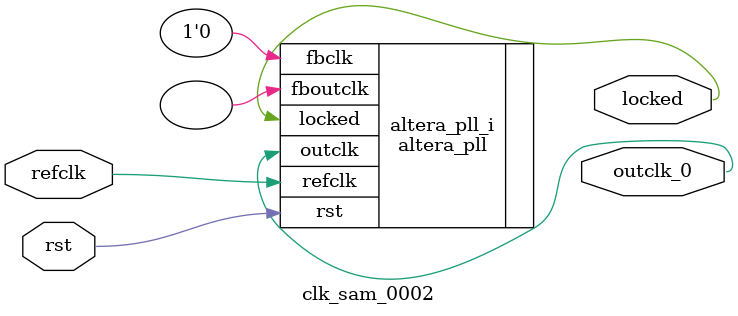
<source format=v>
`timescale 1ns/10ps
module  clk_sam_0002(

	// interface 'refclk'
	input wire refclk,

	// interface 'reset'
	input wire rst,

	// interface 'outclk0'
	output wire outclk_0,

	// interface 'locked'
	output wire locked
);

	altera_pll #(
		.fractional_vco_multiplier("false"),
		.reference_clock_frequency("50.0 MHz"),
		.operation_mode("direct"),
		.number_of_clocks(1),
		.output_clock_frequency0("200.000000 MHz"),
		.phase_shift0("0 ps"),
		.duty_cycle0(50),
		.output_clock_frequency1("0 MHz"),
		.phase_shift1("0 ps"),
		.duty_cycle1(50),
		.output_clock_frequency2("0 MHz"),
		.phase_shift2("0 ps"),
		.duty_cycle2(50),
		.output_clock_frequency3("0 MHz"),
		.phase_shift3("0 ps"),
		.duty_cycle3(50),
		.output_clock_frequency4("0 MHz"),
		.phase_shift4("0 ps"),
		.duty_cycle4(50),
		.output_clock_frequency5("0 MHz"),
		.phase_shift5("0 ps"),
		.duty_cycle5(50),
		.output_clock_frequency6("0 MHz"),
		.phase_shift6("0 ps"),
		.duty_cycle6(50),
		.output_clock_frequency7("0 MHz"),
		.phase_shift7("0 ps"),
		.duty_cycle7(50),
		.output_clock_frequency8("0 MHz"),
		.phase_shift8("0 ps"),
		.duty_cycle8(50),
		.output_clock_frequency9("0 MHz"),
		.phase_shift9("0 ps"),
		.duty_cycle9(50),
		.output_clock_frequency10("0 MHz"),
		.phase_shift10("0 ps"),
		.duty_cycle10(50),
		.output_clock_frequency11("0 MHz"),
		.phase_shift11("0 ps"),
		.duty_cycle11(50),
		.output_clock_frequency12("0 MHz"),
		.phase_shift12("0 ps"),
		.duty_cycle12(50),
		.output_clock_frequency13("0 MHz"),
		.phase_shift13("0 ps"),
		.duty_cycle13(50),
		.output_clock_frequency14("0 MHz"),
		.phase_shift14("0 ps"),
		.duty_cycle14(50),
		.output_clock_frequency15("0 MHz"),
		.phase_shift15("0 ps"),
		.duty_cycle15(50),
		.output_clock_frequency16("0 MHz"),
		.phase_shift16("0 ps"),
		.duty_cycle16(50),
		.output_clock_frequency17("0 MHz"),
		.phase_shift17("0 ps"),
		.duty_cycle17(50),
		.pll_type("General"),
		.pll_subtype("General")
	) altera_pll_i (
		.rst	(rst),
		.outclk	({outclk_0}),
		.locked	(locked),
		.fboutclk	( ),
		.fbclk	(1'b0),
		.refclk	(refclk)
	);
endmodule


</source>
